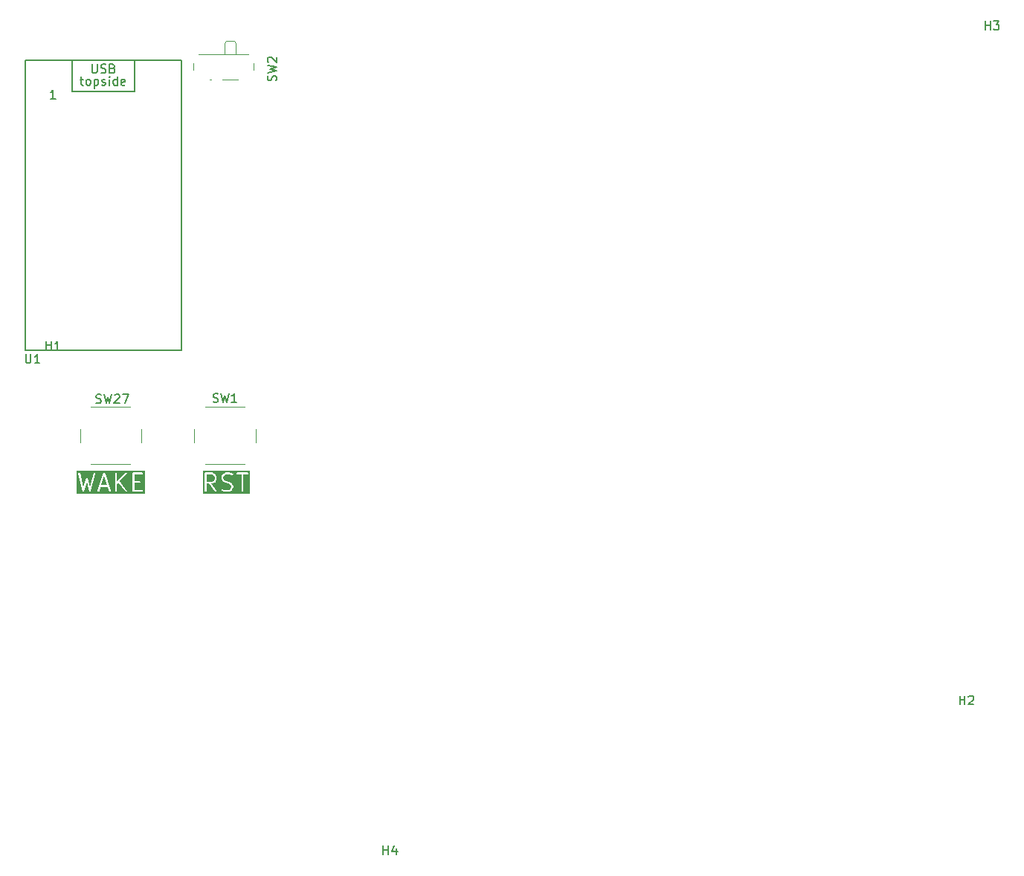
<source format=gbr>
%TF.GenerationSoftware,KiCad,Pcbnew,8.0.8*%
%TF.CreationDate,2025-02-12T11:53:30+01:00*%
%TF.ProjectId,PCB_d,5043425f-642e-46b6-9963-61645f706362,rev?*%
%TF.SameCoordinates,Original*%
%TF.FileFunction,Legend,Top*%
%TF.FilePolarity,Positive*%
%FSLAX46Y46*%
G04 Gerber Fmt 4.6, Leading zero omitted, Abs format (unit mm)*
G04 Created by KiCad (PCBNEW 8.0.8) date 2025-02-12 11:53:30*
%MOMM*%
%LPD*%
G01*
G04 APERTURE LIST*
%ADD10C,0.200000*%
%ADD11C,0.150000*%
%ADD12C,0.120000*%
G04 APERTURE END LIST*
D10*
G36*
X155201426Y-92591461D02*
G01*
X155273715Y-92663750D01*
X155351139Y-92818597D01*
X155351139Y-93057096D01*
X155273715Y-93211943D01*
X155201427Y-93284233D01*
X155046580Y-93361657D01*
X154408282Y-93361657D01*
X154408282Y-92514038D01*
X155046580Y-92514038D01*
X155201426Y-92591461D01*
G37*
G36*
X159390488Y-94736260D02*
G01*
X153986060Y-94736260D01*
X153986060Y-92414038D01*
X154208282Y-92414038D01*
X154208282Y-94414038D01*
X154210203Y-94433547D01*
X154225135Y-94469595D01*
X154252725Y-94497185D01*
X154288773Y-94512117D01*
X154327791Y-94512117D01*
X154363839Y-94497185D01*
X154391429Y-94469595D01*
X154406361Y-94433547D01*
X154408282Y-94414038D01*
X154408282Y-93561657D01*
X154732407Y-93561657D01*
X155369216Y-94471384D01*
X155381977Y-94486265D01*
X155414882Y-94507233D01*
X155453306Y-94514014D01*
X155491401Y-94505575D01*
X155523366Y-94483199D01*
X155544335Y-94450295D01*
X155551115Y-94411870D01*
X155542676Y-94373775D01*
X155533062Y-94356691D01*
X154976537Y-93561657D01*
X155070187Y-93561657D01*
X155089696Y-93559736D01*
X155093016Y-93558360D01*
X155096600Y-93558106D01*
X155114908Y-93551100D01*
X155305385Y-93455862D01*
X155313782Y-93450576D01*
X155316221Y-93449566D01*
X155318965Y-93447313D01*
X155321975Y-93445419D01*
X155323707Y-93443421D01*
X155331374Y-93437129D01*
X155426612Y-93341890D01*
X155432904Y-93334223D01*
X155434901Y-93332492D01*
X155436794Y-93329484D01*
X155439049Y-93326737D01*
X155440060Y-93324295D01*
X155445344Y-93315901D01*
X155540582Y-93125425D01*
X155547588Y-93107117D01*
X155547842Y-93103533D01*
X155549218Y-93100213D01*
X155551139Y-93080704D01*
X155551139Y-92794990D01*
X156113044Y-92794990D01*
X156113044Y-92985466D01*
X156114965Y-93004975D01*
X156116340Y-93008295D01*
X156116595Y-93011879D01*
X156123601Y-93030187D01*
X156218839Y-93220664D01*
X156224125Y-93229062D01*
X156225135Y-93231499D01*
X156227386Y-93234242D01*
X156229282Y-93237254D01*
X156231279Y-93238986D01*
X156237571Y-93246653D01*
X156332809Y-93341891D01*
X156340475Y-93348182D01*
X156342208Y-93350180D01*
X156345219Y-93352075D01*
X156347963Y-93354327D01*
X156350399Y-93355336D01*
X156358798Y-93360623D01*
X156549274Y-93455861D01*
X156550699Y-93456406D01*
X156551282Y-93456838D01*
X156559475Y-93459765D01*
X156567583Y-93462868D01*
X156568303Y-93462919D01*
X156569742Y-93463433D01*
X156940045Y-93556008D01*
X157106188Y-93639080D01*
X157178477Y-93711369D01*
X157255901Y-93866216D01*
X157255901Y-94009477D01*
X157178477Y-94164324D01*
X157106189Y-94236614D01*
X156951342Y-94314038D01*
X156514985Y-94314038D01*
X156244667Y-94223932D01*
X156225551Y-94219585D01*
X156186631Y-94222351D01*
X156151732Y-94239801D01*
X156126167Y-94269277D01*
X156113829Y-94306293D01*
X156116595Y-94345213D01*
X156134045Y-94380112D01*
X156163521Y-94405677D01*
X156181421Y-94413668D01*
X156467135Y-94508906D01*
X156476806Y-94511105D01*
X156479249Y-94512117D01*
X156482787Y-94512465D01*
X156486251Y-94513253D01*
X156488884Y-94513065D01*
X156498758Y-94514038D01*
X156974949Y-94514038D01*
X156994458Y-94512117D01*
X156997778Y-94510741D01*
X157001362Y-94510487D01*
X157019670Y-94503481D01*
X157210147Y-94408243D01*
X157218544Y-94402957D01*
X157220983Y-94401947D01*
X157223727Y-94399694D01*
X157226737Y-94397800D01*
X157228469Y-94395802D01*
X157236136Y-94389510D01*
X157331374Y-94294271D01*
X157337666Y-94286604D01*
X157339663Y-94284873D01*
X157341556Y-94281865D01*
X157343811Y-94279118D01*
X157344822Y-94276676D01*
X157350106Y-94268282D01*
X157445344Y-94077806D01*
X157452350Y-94059498D01*
X157452604Y-94055914D01*
X157453980Y-94052594D01*
X157455901Y-94033085D01*
X157455901Y-93842609D01*
X157453980Y-93823100D01*
X157452604Y-93819779D01*
X157452350Y-93816196D01*
X157445344Y-93797888D01*
X157350106Y-93607412D01*
X157344819Y-93599013D01*
X157343810Y-93596576D01*
X157341558Y-93593832D01*
X157339663Y-93590821D01*
X157337665Y-93589088D01*
X157331374Y-93581422D01*
X157236136Y-93486184D01*
X157228469Y-93479892D01*
X157226737Y-93477895D01*
X157223725Y-93475999D01*
X157220982Y-93473748D01*
X157218545Y-93472738D01*
X157210147Y-93467452D01*
X157019670Y-93372214D01*
X157018243Y-93371668D01*
X157017663Y-93371238D01*
X157009486Y-93368316D01*
X157001362Y-93365208D01*
X157000639Y-93365156D01*
X156999202Y-93364643D01*
X156628902Y-93272068D01*
X156462756Y-93188994D01*
X156390467Y-93116705D01*
X156313044Y-92961859D01*
X156313044Y-92818597D01*
X156390467Y-92663751D01*
X156462756Y-92591461D01*
X156617604Y-92514038D01*
X157053960Y-92514038D01*
X157324278Y-92604144D01*
X157343394Y-92608491D01*
X157382314Y-92605725D01*
X157417213Y-92588275D01*
X157442778Y-92558799D01*
X157455116Y-92521783D01*
X157452350Y-92482863D01*
X157434900Y-92447964D01*
X157405424Y-92422399D01*
X157387524Y-92414408D01*
X157327887Y-92394529D01*
X157829251Y-92394529D01*
X157829251Y-92433547D01*
X157844183Y-92469595D01*
X157871773Y-92497185D01*
X157907821Y-92512117D01*
X157927330Y-92514038D01*
X158398758Y-92514038D01*
X158398758Y-94414038D01*
X158400679Y-94433547D01*
X158415611Y-94469595D01*
X158443201Y-94497185D01*
X158479249Y-94512117D01*
X158518267Y-94512117D01*
X158554315Y-94497185D01*
X158581905Y-94469595D01*
X158596837Y-94433547D01*
X158598758Y-94414038D01*
X158598758Y-92514038D01*
X159070187Y-92514038D01*
X159089696Y-92512117D01*
X159125744Y-92497185D01*
X159153334Y-92469595D01*
X159168266Y-92433547D01*
X159168266Y-92394529D01*
X159153334Y-92358481D01*
X159125744Y-92330891D01*
X159089696Y-92315959D01*
X159070187Y-92314038D01*
X157927330Y-92314038D01*
X157907821Y-92315959D01*
X157871773Y-92330891D01*
X157844183Y-92358481D01*
X157829251Y-92394529D01*
X157327887Y-92394529D01*
X157101810Y-92319170D01*
X157092138Y-92316970D01*
X157089696Y-92315959D01*
X157086157Y-92315610D01*
X157082694Y-92314823D01*
X157080060Y-92315010D01*
X157070187Y-92314038D01*
X156593996Y-92314038D01*
X156574487Y-92315959D01*
X156571166Y-92317334D01*
X156567583Y-92317589D01*
X156549275Y-92324595D01*
X156358799Y-92419833D01*
X156350400Y-92425119D01*
X156347963Y-92426129D01*
X156345219Y-92428380D01*
X156342208Y-92430276D01*
X156340475Y-92432273D01*
X156332809Y-92438565D01*
X156237571Y-92533803D01*
X156231279Y-92541469D01*
X156229282Y-92543202D01*
X156227386Y-92546213D01*
X156225135Y-92548957D01*
X156224125Y-92551393D01*
X156218839Y-92559792D01*
X156123601Y-92750269D01*
X156116595Y-92768577D01*
X156116340Y-92772160D01*
X156114965Y-92775481D01*
X156113044Y-92794990D01*
X155551139Y-92794990D01*
X155549218Y-92775481D01*
X155547842Y-92772160D01*
X155547588Y-92768577D01*
X155540582Y-92750269D01*
X155445344Y-92559793D01*
X155440057Y-92551394D01*
X155439048Y-92548957D01*
X155436796Y-92546213D01*
X155434901Y-92543202D01*
X155432903Y-92541469D01*
X155426612Y-92533803D01*
X155331374Y-92438565D01*
X155323707Y-92432273D01*
X155321975Y-92430276D01*
X155318963Y-92428380D01*
X155316220Y-92426129D01*
X155313783Y-92425119D01*
X155305385Y-92419833D01*
X155114908Y-92324595D01*
X155096600Y-92317589D01*
X155093016Y-92317334D01*
X155089696Y-92315959D01*
X155070187Y-92314038D01*
X154308282Y-92314038D01*
X154288773Y-92315959D01*
X154252725Y-92330891D01*
X154225135Y-92358481D01*
X154210203Y-92394529D01*
X154208282Y-92414038D01*
X153986060Y-92414038D01*
X153986060Y-92091816D01*
X159390488Y-92091816D01*
X159390488Y-94736260D01*
G37*
G36*
X143118320Y-93742609D02*
G01*
X142443424Y-93742609D01*
X142780872Y-92730265D01*
X143118320Y-93742609D01*
G37*
G36*
X147386888Y-94736260D02*
G01*
X139601577Y-94736260D01*
X139601577Y-92417777D01*
X139823799Y-92417777D01*
X139826449Y-92437200D01*
X140302639Y-94437200D01*
X140304945Y-94443893D01*
X140305265Y-94446295D01*
X140306522Y-94448466D01*
X140309027Y-94455734D01*
X140317540Y-94467498D01*
X140324815Y-94480063D01*
X140328892Y-94483183D01*
X140331902Y-94487343D01*
X140344264Y-94494950D01*
X140355798Y-94503779D01*
X140360761Y-94505102D01*
X140365132Y-94507792D01*
X140379466Y-94510090D01*
X140393499Y-94513832D01*
X140398587Y-94513155D01*
X140403659Y-94513969D01*
X140417787Y-94510604D01*
X140432177Y-94508693D01*
X140436620Y-94506120D01*
X140441616Y-94504931D01*
X140453380Y-94496417D01*
X140465945Y-94489143D01*
X140469065Y-94485065D01*
X140473225Y-94482056D01*
X140480832Y-94469693D01*
X140489661Y-94458160D01*
X140492359Y-94450961D01*
X140493674Y-94448826D01*
X140494057Y-94446432D01*
X140496543Y-94439804D01*
X140780872Y-93373571D01*
X141065201Y-94439804D01*
X141067687Y-94446435D01*
X141068071Y-94448826D01*
X141069384Y-94450960D01*
X141072084Y-94458159D01*
X141080910Y-94469690D01*
X141088520Y-94482056D01*
X141092679Y-94485066D01*
X141095800Y-94489143D01*
X141108362Y-94496415D01*
X141120129Y-94504931D01*
X141125127Y-94506121D01*
X141129568Y-94508692D01*
X141143951Y-94510603D01*
X141158086Y-94513969D01*
X141163157Y-94513155D01*
X141168246Y-94513832D01*
X141182273Y-94510090D01*
X141196613Y-94507792D01*
X141200986Y-94505100D01*
X141205946Y-94503778D01*
X141217470Y-94494956D01*
X141229843Y-94487343D01*
X141232854Y-94483181D01*
X141236930Y-94480062D01*
X141244200Y-94467503D01*
X141252718Y-94455734D01*
X141255224Y-94448462D01*
X141256479Y-94446295D01*
X141256797Y-94443897D01*
X141259106Y-94437200D01*
X141267599Y-94401531D01*
X142014991Y-94401531D01*
X142017757Y-94440451D01*
X142035207Y-94475350D01*
X142064683Y-94500915D01*
X142101699Y-94513253D01*
X142140619Y-94510487D01*
X142175518Y-94493037D01*
X142201083Y-94463561D01*
X142209074Y-94445661D01*
X142376758Y-93942609D01*
X143184987Y-93942609D01*
X143352671Y-94445661D01*
X143360662Y-94463561D01*
X143386227Y-94493037D01*
X143421126Y-94510487D01*
X143460046Y-94513253D01*
X143497062Y-94500914D01*
X143526538Y-94475349D01*
X143543988Y-94440450D01*
X143546754Y-94401530D01*
X143542407Y-94382415D01*
X142886281Y-92414038D01*
X144014206Y-92414038D01*
X144014206Y-94414038D01*
X144016127Y-94433547D01*
X144031059Y-94469595D01*
X144058649Y-94497185D01*
X144094697Y-94512117D01*
X144133715Y-94512117D01*
X144169763Y-94497185D01*
X144197353Y-94469595D01*
X144212285Y-94433547D01*
X144214206Y-94414038D01*
X144214206Y-93598317D01*
X144389101Y-93423421D01*
X145177063Y-94474038D01*
X145190305Y-94488492D01*
X145223879Y-94508372D01*
X145262505Y-94513890D01*
X145300303Y-94504206D01*
X145331517Y-94480796D01*
X145351397Y-94447221D01*
X145356915Y-94408595D01*
X145347231Y-94370798D01*
X145337063Y-94354038D01*
X144531958Y-93280564D01*
X145327774Y-92484749D01*
X145340210Y-92469595D01*
X145355142Y-92433547D01*
X145355142Y-92414038D01*
X146014206Y-92414038D01*
X146014206Y-94414038D01*
X146016127Y-94433547D01*
X146031059Y-94469595D01*
X146058649Y-94497185D01*
X146094697Y-94512117D01*
X146114206Y-94514038D01*
X147066587Y-94514038D01*
X147086096Y-94512117D01*
X147122144Y-94497185D01*
X147149734Y-94469595D01*
X147164666Y-94433547D01*
X147164666Y-94394529D01*
X147149734Y-94358481D01*
X147122144Y-94330891D01*
X147086096Y-94315959D01*
X147066587Y-94314038D01*
X146214206Y-94314038D01*
X146214206Y-93466419D01*
X146780873Y-93466419D01*
X146800382Y-93464498D01*
X146836430Y-93449566D01*
X146864020Y-93421976D01*
X146878952Y-93385928D01*
X146878952Y-93346910D01*
X146864020Y-93310862D01*
X146836430Y-93283272D01*
X146800382Y-93268340D01*
X146780873Y-93266419D01*
X146214206Y-93266419D01*
X146214206Y-92514038D01*
X147066587Y-92514038D01*
X147086096Y-92512117D01*
X147122144Y-92497185D01*
X147149734Y-92469595D01*
X147164666Y-92433547D01*
X147164666Y-92394529D01*
X147149734Y-92358481D01*
X147122144Y-92330891D01*
X147086096Y-92315959D01*
X147066587Y-92314038D01*
X146114206Y-92314038D01*
X146094697Y-92315959D01*
X146058649Y-92330891D01*
X146031059Y-92358481D01*
X146016127Y-92394529D01*
X146014206Y-92414038D01*
X145355142Y-92414038D01*
X145355142Y-92394529D01*
X145340210Y-92358481D01*
X145312620Y-92330891D01*
X145276572Y-92315959D01*
X145237554Y-92315959D01*
X145201506Y-92330891D01*
X145186352Y-92343327D01*
X144214206Y-93315473D01*
X144214206Y-92414038D01*
X144212285Y-92394529D01*
X144197353Y-92358481D01*
X144169763Y-92330891D01*
X144133715Y-92315959D01*
X144094697Y-92315959D01*
X144058649Y-92330891D01*
X144031059Y-92358481D01*
X144016127Y-92394529D01*
X144014206Y-92414038D01*
X142886281Y-92414038D01*
X142875740Y-92382415D01*
X142867749Y-92364515D01*
X142863065Y-92359115D01*
X142859871Y-92352726D01*
X142850396Y-92344508D01*
X142842183Y-92335039D01*
X142835795Y-92331845D01*
X142830395Y-92327161D01*
X142818496Y-92323195D01*
X142807285Y-92317589D01*
X142800157Y-92317082D01*
X142793379Y-92314823D01*
X142780872Y-92315711D01*
X142768365Y-92314823D01*
X142761586Y-92317082D01*
X142754459Y-92317589D01*
X142743247Y-92323195D01*
X142731349Y-92327161D01*
X142725948Y-92331844D01*
X142719561Y-92335039D01*
X142711345Y-92344511D01*
X142701873Y-92352727D01*
X142698678Y-92359114D01*
X142693995Y-92364515D01*
X142686004Y-92382415D01*
X142019338Y-94382415D01*
X142014991Y-94401531D01*
X141267599Y-94401531D01*
X141735297Y-92437200D01*
X141737947Y-92417777D01*
X141731770Y-92379250D01*
X141711321Y-92346020D01*
X141679712Y-92323145D01*
X141641755Y-92314107D01*
X141603228Y-92320284D01*
X141569998Y-92340733D01*
X141547123Y-92372342D01*
X141540735Y-92390876D01*
X141156336Y-94005349D01*
X140877497Y-92959700D01*
X140875783Y-92955129D01*
X140875528Y-92953208D01*
X140874207Y-92950926D01*
X140870614Y-92941344D01*
X140862589Y-92930861D01*
X140855978Y-92919441D01*
X140850834Y-92915504D01*
X140846898Y-92910361D01*
X140835480Y-92903751D01*
X140824995Y-92895725D01*
X140818730Y-92894054D01*
X140813130Y-92890812D01*
X140800057Y-92889074D01*
X140787294Y-92885671D01*
X140780869Y-92886524D01*
X140774452Y-92885672D01*
X140761700Y-92889072D01*
X140748616Y-92890811D01*
X140743012Y-92894055D01*
X140736751Y-92895725D01*
X140726265Y-92903751D01*
X140714849Y-92910361D01*
X140710913Y-92915502D01*
X140705768Y-92919441D01*
X140699155Y-92930863D01*
X140691133Y-92941344D01*
X140687538Y-92950930D01*
X140686219Y-92953209D01*
X140685963Y-92955128D01*
X140684250Y-92959699D01*
X140405409Y-94005350D01*
X140021011Y-92390876D01*
X140014623Y-92372342D01*
X139991748Y-92340733D01*
X139958518Y-92320284D01*
X139919991Y-92314107D01*
X139882034Y-92323145D01*
X139850425Y-92346020D01*
X139829976Y-92379250D01*
X139823799Y-92417777D01*
X139601577Y-92417777D01*
X139601577Y-92091816D01*
X147386888Y-92091816D01*
X147386888Y-94736260D01*
G37*
D11*
X174548895Y-135796819D02*
X174548895Y-134796819D01*
X174548895Y-135273009D02*
X175120323Y-135273009D01*
X175120323Y-135796819D02*
X175120323Y-134796819D01*
X176025085Y-135130152D02*
X176025085Y-135796819D01*
X175786990Y-134749200D02*
X175548895Y-135463485D01*
X175548895Y-135463485D02*
X176167942Y-135463485D01*
X243078095Y-41918419D02*
X243078095Y-40918419D01*
X243078095Y-41394609D02*
X243649523Y-41394609D01*
X243649523Y-41918419D02*
X243649523Y-40918419D01*
X244030476Y-40918419D02*
X244649523Y-40918419D01*
X244649523Y-40918419D02*
X244316190Y-41299371D01*
X244316190Y-41299371D02*
X244459047Y-41299371D01*
X244459047Y-41299371D02*
X244554285Y-41346990D01*
X244554285Y-41346990D02*
X244601904Y-41394609D01*
X244601904Y-41394609D02*
X244649523Y-41489847D01*
X244649523Y-41489847D02*
X244649523Y-41727942D01*
X244649523Y-41727942D02*
X244601904Y-41823180D01*
X244601904Y-41823180D02*
X244554285Y-41870800D01*
X244554285Y-41870800D02*
X244459047Y-41918419D01*
X244459047Y-41918419D02*
X244173333Y-41918419D01*
X244173333Y-41918419D02*
X244078095Y-41870800D01*
X244078095Y-41870800D02*
X244030476Y-41823180D01*
X240182495Y-118728019D02*
X240182495Y-117728019D01*
X240182495Y-118204209D02*
X240753923Y-118204209D01*
X240753923Y-118728019D02*
X240753923Y-117728019D01*
X241182495Y-117823257D02*
X241230114Y-117775638D01*
X241230114Y-117775638D02*
X241325352Y-117728019D01*
X241325352Y-117728019D02*
X241563447Y-117728019D01*
X241563447Y-117728019D02*
X241658685Y-117775638D01*
X241658685Y-117775638D02*
X241706304Y-117823257D01*
X241706304Y-117823257D02*
X241753923Y-117918495D01*
X241753923Y-117918495D02*
X241753923Y-118013733D01*
X241753923Y-118013733D02*
X241706304Y-118156590D01*
X241706304Y-118156590D02*
X241134876Y-118728019D01*
X241134876Y-118728019D02*
X241753923Y-118728019D01*
X136151345Y-78355919D02*
X136151345Y-77355919D01*
X136151345Y-77832109D02*
X136722773Y-77832109D01*
X136722773Y-78355919D02*
X136722773Y-77355919D01*
X137722773Y-78355919D02*
X137151345Y-78355919D01*
X137437059Y-78355919D02*
X137437059Y-77355919D01*
X137437059Y-77355919D02*
X137341821Y-77498776D01*
X137341821Y-77498776D02*
X137246583Y-77594014D01*
X137246583Y-77594014D02*
X137151345Y-77641633D01*
X133843179Y-78839219D02*
X133843179Y-79648742D01*
X133843179Y-79648742D02*
X133890798Y-79743980D01*
X133890798Y-79743980D02*
X133938417Y-79791600D01*
X133938417Y-79791600D02*
X134033655Y-79839219D01*
X134033655Y-79839219D02*
X134224131Y-79839219D01*
X134224131Y-79839219D02*
X134319369Y-79791600D01*
X134319369Y-79791600D02*
X134366988Y-79743980D01*
X134366988Y-79743980D02*
X134414607Y-79648742D01*
X134414607Y-79648742D02*
X134414607Y-78839219D01*
X135414607Y-79839219D02*
X134843179Y-79839219D01*
X135128893Y-79839219D02*
X135128893Y-78839219D01*
X135128893Y-78839219D02*
X135033655Y-78982076D01*
X135033655Y-78982076D02*
X134938417Y-79077314D01*
X134938417Y-79077314D02*
X134843179Y-79124933D01*
X137217114Y-49731719D02*
X136645686Y-49731719D01*
X136931400Y-49731719D02*
X136931400Y-48731719D01*
X136931400Y-48731719D02*
X136836162Y-48874576D01*
X136836162Y-48874576D02*
X136740924Y-48969814D01*
X136740924Y-48969814D02*
X136645686Y-49017433D01*
X140027352Y-47547552D02*
X140408304Y-47547552D01*
X140170209Y-47214219D02*
X140170209Y-48071361D01*
X140170209Y-48071361D02*
X140217828Y-48166600D01*
X140217828Y-48166600D02*
X140313066Y-48214219D01*
X140313066Y-48214219D02*
X140408304Y-48214219D01*
X140884495Y-48214219D02*
X140789257Y-48166600D01*
X140789257Y-48166600D02*
X140741638Y-48118980D01*
X140741638Y-48118980D02*
X140694019Y-48023742D01*
X140694019Y-48023742D02*
X140694019Y-47738028D01*
X140694019Y-47738028D02*
X140741638Y-47642790D01*
X140741638Y-47642790D02*
X140789257Y-47595171D01*
X140789257Y-47595171D02*
X140884495Y-47547552D01*
X140884495Y-47547552D02*
X141027352Y-47547552D01*
X141027352Y-47547552D02*
X141122590Y-47595171D01*
X141122590Y-47595171D02*
X141170209Y-47642790D01*
X141170209Y-47642790D02*
X141217828Y-47738028D01*
X141217828Y-47738028D02*
X141217828Y-48023742D01*
X141217828Y-48023742D02*
X141170209Y-48118980D01*
X141170209Y-48118980D02*
X141122590Y-48166600D01*
X141122590Y-48166600D02*
X141027352Y-48214219D01*
X141027352Y-48214219D02*
X140884495Y-48214219D01*
X141646400Y-47547552D02*
X141646400Y-48547552D01*
X141646400Y-47595171D02*
X141741638Y-47547552D01*
X141741638Y-47547552D02*
X141932114Y-47547552D01*
X141932114Y-47547552D02*
X142027352Y-47595171D01*
X142027352Y-47595171D02*
X142074971Y-47642790D01*
X142074971Y-47642790D02*
X142122590Y-47738028D01*
X142122590Y-47738028D02*
X142122590Y-48023742D01*
X142122590Y-48023742D02*
X142074971Y-48118980D01*
X142074971Y-48118980D02*
X142027352Y-48166600D01*
X142027352Y-48166600D02*
X141932114Y-48214219D01*
X141932114Y-48214219D02*
X141741638Y-48214219D01*
X141741638Y-48214219D02*
X141646400Y-48166600D01*
X142503543Y-48166600D02*
X142598781Y-48214219D01*
X142598781Y-48214219D02*
X142789257Y-48214219D01*
X142789257Y-48214219D02*
X142884495Y-48166600D01*
X142884495Y-48166600D02*
X142932114Y-48071361D01*
X142932114Y-48071361D02*
X142932114Y-48023742D01*
X142932114Y-48023742D02*
X142884495Y-47928504D01*
X142884495Y-47928504D02*
X142789257Y-47880885D01*
X142789257Y-47880885D02*
X142646400Y-47880885D01*
X142646400Y-47880885D02*
X142551162Y-47833266D01*
X142551162Y-47833266D02*
X142503543Y-47738028D01*
X142503543Y-47738028D02*
X142503543Y-47690409D01*
X142503543Y-47690409D02*
X142551162Y-47595171D01*
X142551162Y-47595171D02*
X142646400Y-47547552D01*
X142646400Y-47547552D02*
X142789257Y-47547552D01*
X142789257Y-47547552D02*
X142884495Y-47595171D01*
X143360686Y-48214219D02*
X143360686Y-47547552D01*
X143360686Y-47214219D02*
X143313067Y-47261838D01*
X143313067Y-47261838D02*
X143360686Y-47309457D01*
X143360686Y-47309457D02*
X143408305Y-47261838D01*
X143408305Y-47261838D02*
X143360686Y-47214219D01*
X143360686Y-47214219D02*
X143360686Y-47309457D01*
X144265447Y-48214219D02*
X144265447Y-47214219D01*
X144265447Y-48166600D02*
X144170209Y-48214219D01*
X144170209Y-48214219D02*
X143979733Y-48214219D01*
X143979733Y-48214219D02*
X143884495Y-48166600D01*
X143884495Y-48166600D02*
X143836876Y-48118980D01*
X143836876Y-48118980D02*
X143789257Y-48023742D01*
X143789257Y-48023742D02*
X143789257Y-47738028D01*
X143789257Y-47738028D02*
X143836876Y-47642790D01*
X143836876Y-47642790D02*
X143884495Y-47595171D01*
X143884495Y-47595171D02*
X143979733Y-47547552D01*
X143979733Y-47547552D02*
X144170209Y-47547552D01*
X144170209Y-47547552D02*
X144265447Y-47595171D01*
X145122590Y-48166600D02*
X145027352Y-48214219D01*
X145027352Y-48214219D02*
X144836876Y-48214219D01*
X144836876Y-48214219D02*
X144741638Y-48166600D01*
X144741638Y-48166600D02*
X144694019Y-48071361D01*
X144694019Y-48071361D02*
X144694019Y-47690409D01*
X144694019Y-47690409D02*
X144741638Y-47595171D01*
X144741638Y-47595171D02*
X144836876Y-47547552D01*
X144836876Y-47547552D02*
X145027352Y-47547552D01*
X145027352Y-47547552D02*
X145122590Y-47595171D01*
X145122590Y-47595171D02*
X145170209Y-47690409D01*
X145170209Y-47690409D02*
X145170209Y-47785647D01*
X145170209Y-47785647D02*
X144694019Y-47880885D01*
X141384495Y-45814219D02*
X141384495Y-46623742D01*
X141384495Y-46623742D02*
X141432114Y-46718980D01*
X141432114Y-46718980D02*
X141479733Y-46766600D01*
X141479733Y-46766600D02*
X141574971Y-46814219D01*
X141574971Y-46814219D02*
X141765447Y-46814219D01*
X141765447Y-46814219D02*
X141860685Y-46766600D01*
X141860685Y-46766600D02*
X141908304Y-46718980D01*
X141908304Y-46718980D02*
X141955923Y-46623742D01*
X141955923Y-46623742D02*
X141955923Y-45814219D01*
X142384495Y-46766600D02*
X142527352Y-46814219D01*
X142527352Y-46814219D02*
X142765447Y-46814219D01*
X142765447Y-46814219D02*
X142860685Y-46766600D01*
X142860685Y-46766600D02*
X142908304Y-46718980D01*
X142908304Y-46718980D02*
X142955923Y-46623742D01*
X142955923Y-46623742D02*
X142955923Y-46528504D01*
X142955923Y-46528504D02*
X142908304Y-46433266D01*
X142908304Y-46433266D02*
X142860685Y-46385647D01*
X142860685Y-46385647D02*
X142765447Y-46338028D01*
X142765447Y-46338028D02*
X142574971Y-46290409D01*
X142574971Y-46290409D02*
X142479733Y-46242790D01*
X142479733Y-46242790D02*
X142432114Y-46195171D01*
X142432114Y-46195171D02*
X142384495Y-46099933D01*
X142384495Y-46099933D02*
X142384495Y-46004695D01*
X142384495Y-46004695D02*
X142432114Y-45909457D01*
X142432114Y-45909457D02*
X142479733Y-45861838D01*
X142479733Y-45861838D02*
X142574971Y-45814219D01*
X142574971Y-45814219D02*
X142813066Y-45814219D01*
X142813066Y-45814219D02*
X142955923Y-45861838D01*
X143717828Y-46290409D02*
X143860685Y-46338028D01*
X143860685Y-46338028D02*
X143908304Y-46385647D01*
X143908304Y-46385647D02*
X143955923Y-46480885D01*
X143955923Y-46480885D02*
X143955923Y-46623742D01*
X143955923Y-46623742D02*
X143908304Y-46718980D01*
X143908304Y-46718980D02*
X143860685Y-46766600D01*
X143860685Y-46766600D02*
X143765447Y-46814219D01*
X143765447Y-46814219D02*
X143384495Y-46814219D01*
X143384495Y-46814219D02*
X143384495Y-45814219D01*
X143384495Y-45814219D02*
X143717828Y-45814219D01*
X143717828Y-45814219D02*
X143813066Y-45861838D01*
X143813066Y-45861838D02*
X143860685Y-45909457D01*
X143860685Y-45909457D02*
X143908304Y-46004695D01*
X143908304Y-46004695D02*
X143908304Y-46099933D01*
X143908304Y-46099933D02*
X143860685Y-46195171D01*
X143860685Y-46195171D02*
X143813066Y-46242790D01*
X143813066Y-46242790D02*
X143717828Y-46290409D01*
X143717828Y-46290409D02*
X143384495Y-46290409D01*
X141850176Y-84361450D02*
X141993033Y-84409069D01*
X141993033Y-84409069D02*
X142231128Y-84409069D01*
X142231128Y-84409069D02*
X142326366Y-84361450D01*
X142326366Y-84361450D02*
X142373985Y-84313830D01*
X142373985Y-84313830D02*
X142421604Y-84218592D01*
X142421604Y-84218592D02*
X142421604Y-84123354D01*
X142421604Y-84123354D02*
X142373985Y-84028116D01*
X142373985Y-84028116D02*
X142326366Y-83980497D01*
X142326366Y-83980497D02*
X142231128Y-83932878D01*
X142231128Y-83932878D02*
X142040652Y-83885259D01*
X142040652Y-83885259D02*
X141945414Y-83837640D01*
X141945414Y-83837640D02*
X141897795Y-83790021D01*
X141897795Y-83790021D02*
X141850176Y-83694783D01*
X141850176Y-83694783D02*
X141850176Y-83599545D01*
X141850176Y-83599545D02*
X141897795Y-83504307D01*
X141897795Y-83504307D02*
X141945414Y-83456688D01*
X141945414Y-83456688D02*
X142040652Y-83409069D01*
X142040652Y-83409069D02*
X142278747Y-83409069D01*
X142278747Y-83409069D02*
X142421604Y-83456688D01*
X142754938Y-83409069D02*
X142993033Y-84409069D01*
X142993033Y-84409069D02*
X143183509Y-83694783D01*
X143183509Y-83694783D02*
X143373985Y-84409069D01*
X143373985Y-84409069D02*
X143612081Y-83409069D01*
X143945414Y-83504307D02*
X143993033Y-83456688D01*
X143993033Y-83456688D02*
X144088271Y-83409069D01*
X144088271Y-83409069D02*
X144326366Y-83409069D01*
X144326366Y-83409069D02*
X144421604Y-83456688D01*
X144421604Y-83456688D02*
X144469223Y-83504307D01*
X144469223Y-83504307D02*
X144516842Y-83599545D01*
X144516842Y-83599545D02*
X144516842Y-83694783D01*
X144516842Y-83694783D02*
X144469223Y-83837640D01*
X144469223Y-83837640D02*
X143897795Y-84409069D01*
X143897795Y-84409069D02*
X144516842Y-84409069D01*
X144850176Y-83409069D02*
X145516842Y-83409069D01*
X145516842Y-83409069D02*
X145088271Y-84409069D01*
X162322000Y-47689782D02*
X162369619Y-47546925D01*
X162369619Y-47546925D02*
X162369619Y-47308830D01*
X162369619Y-47308830D02*
X162322000Y-47213592D01*
X162322000Y-47213592D02*
X162274380Y-47165973D01*
X162274380Y-47165973D02*
X162179142Y-47118354D01*
X162179142Y-47118354D02*
X162083904Y-47118354D01*
X162083904Y-47118354D02*
X161988666Y-47165973D01*
X161988666Y-47165973D02*
X161941047Y-47213592D01*
X161941047Y-47213592D02*
X161893428Y-47308830D01*
X161893428Y-47308830D02*
X161845809Y-47499306D01*
X161845809Y-47499306D02*
X161798190Y-47594544D01*
X161798190Y-47594544D02*
X161750571Y-47642163D01*
X161750571Y-47642163D02*
X161655333Y-47689782D01*
X161655333Y-47689782D02*
X161560095Y-47689782D01*
X161560095Y-47689782D02*
X161464857Y-47642163D01*
X161464857Y-47642163D02*
X161417238Y-47594544D01*
X161417238Y-47594544D02*
X161369619Y-47499306D01*
X161369619Y-47499306D02*
X161369619Y-47261211D01*
X161369619Y-47261211D02*
X161417238Y-47118354D01*
X161369619Y-46785020D02*
X162369619Y-46546925D01*
X162369619Y-46546925D02*
X161655333Y-46356449D01*
X161655333Y-46356449D02*
X162369619Y-46165973D01*
X162369619Y-46165973D02*
X161369619Y-45927878D01*
X161464857Y-45594544D02*
X161417238Y-45546925D01*
X161417238Y-45546925D02*
X161369619Y-45451687D01*
X161369619Y-45451687D02*
X161369619Y-45213592D01*
X161369619Y-45213592D02*
X161417238Y-45118354D01*
X161417238Y-45118354D02*
X161464857Y-45070735D01*
X161464857Y-45070735D02*
X161560095Y-45023116D01*
X161560095Y-45023116D02*
X161655333Y-45023116D01*
X161655333Y-45023116D02*
X161798190Y-45070735D01*
X161798190Y-45070735D02*
X162369619Y-45642163D01*
X162369619Y-45642163D02*
X162369619Y-45023116D01*
X155181467Y-84257900D02*
X155324324Y-84305519D01*
X155324324Y-84305519D02*
X155562419Y-84305519D01*
X155562419Y-84305519D02*
X155657657Y-84257900D01*
X155657657Y-84257900D02*
X155705276Y-84210280D01*
X155705276Y-84210280D02*
X155752895Y-84115042D01*
X155752895Y-84115042D02*
X155752895Y-84019804D01*
X155752895Y-84019804D02*
X155705276Y-83924566D01*
X155705276Y-83924566D02*
X155657657Y-83876947D01*
X155657657Y-83876947D02*
X155562419Y-83829328D01*
X155562419Y-83829328D02*
X155371943Y-83781709D01*
X155371943Y-83781709D02*
X155276705Y-83734090D01*
X155276705Y-83734090D02*
X155229086Y-83686471D01*
X155229086Y-83686471D02*
X155181467Y-83591233D01*
X155181467Y-83591233D02*
X155181467Y-83495995D01*
X155181467Y-83495995D02*
X155229086Y-83400757D01*
X155229086Y-83400757D02*
X155276705Y-83353138D01*
X155276705Y-83353138D02*
X155371943Y-83305519D01*
X155371943Y-83305519D02*
X155610038Y-83305519D01*
X155610038Y-83305519D02*
X155752895Y-83353138D01*
X156086229Y-83305519D02*
X156324324Y-84305519D01*
X156324324Y-84305519D02*
X156514800Y-83591233D01*
X156514800Y-83591233D02*
X156705276Y-84305519D01*
X156705276Y-84305519D02*
X156943372Y-83305519D01*
X157848133Y-84305519D02*
X157276705Y-84305519D01*
X157562419Y-84305519D02*
X157562419Y-83305519D01*
X157562419Y-83305519D02*
X157467181Y-83448376D01*
X157467181Y-83448376D02*
X157371943Y-83543614D01*
X157371943Y-83543614D02*
X157276705Y-83591233D01*
%TO.C,U1*%
X139096400Y-48944400D02*
X139096400Y-45364400D01*
X146196400Y-48944400D02*
X139096400Y-48944400D01*
X146196400Y-48944400D02*
X146196400Y-45364400D01*
X133756400Y-45364400D02*
X151536400Y-45364400D01*
X151536400Y-78384400D01*
X133756400Y-78384400D01*
X133756400Y-45364400D01*
D12*
%TO.C,SW27*%
X147011200Y-88850700D02*
X147011200Y-87350700D01*
X145761200Y-84850700D02*
X141261200Y-84850700D01*
X141261200Y-91350700D02*
X145761200Y-91350700D01*
X140011200Y-87350700D02*
X140011200Y-88850700D01*
%TO.C,SW2*%
X157558900Y-43201450D02*
X156658900Y-43201450D01*
X157758900Y-43411450D02*
X157558900Y-43201450D01*
X156458900Y-43411450D02*
X156658900Y-43201450D01*
X156458900Y-43411450D02*
X156458900Y-44701450D01*
X159208900Y-44701450D02*
X153508900Y-44701450D01*
X157758900Y-44701450D02*
X157758900Y-43411450D01*
X152908900Y-45711450D02*
X152908900Y-46501450D01*
X159808900Y-46501450D02*
X159808900Y-45711450D01*
X157958900Y-47551450D02*
X156258900Y-47551450D01*
X154958900Y-47551450D02*
X154758900Y-47551450D01*
%TO.C,SW1*%
X160014800Y-88850700D02*
X160014800Y-87350700D01*
X158764800Y-84850700D02*
X154264800Y-84850700D01*
X154264800Y-91350700D02*
X158764800Y-91350700D01*
X153014800Y-87350700D02*
X153014800Y-88850700D01*
%TD*%
M02*

</source>
